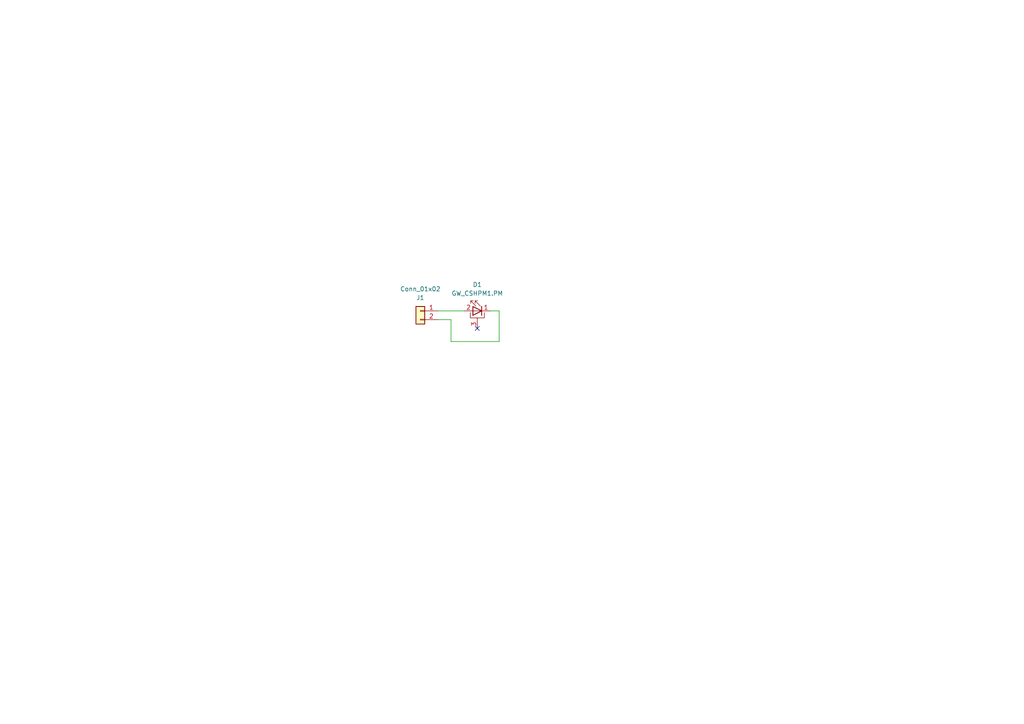
<source format=kicad_sch>
(kicad_sch (version 20250114) (generator "eeschema") (generator_version "9.0")
  (paper "A4")
  (lib_symbols
    (symbol "Connector_Generic:Conn_01x02" (pin_names (offset 1.016) (hide yes))
      (property "Reference" "J" (at 0 2.54 0))
      (property "Value" "Conn_01x02" (at 0 -5.08 0))
      (symbol "Conn_01x02_1_1"
        (rectangle (start -1.27 1.27) (end 1.27 -3.81) (stroke (width 0.254)) (fill (type background)))
        (rectangle (start -1.27 0.127) (end 0 -0.127) (stroke (width 0.1524)))
        (rectangle (start -1.27 -2.413) (end 0 -2.667) (stroke (width 0.1524)))
        (pin passive line (at -5.08 0 0) (length 3.81) (name "Pin_1") (number "1"))
        (pin passive line (at -5.08 -2.54 0) (length 3.81) (name "Pin_2") (number "2"))
      )
    )
    (symbol "Project_Components:LED_OSRAM_GW_CSHPM1.PM" (pin_names (offset 1.016) (hide yes))
      (property "Reference" "D" (at 0 5.715 0))
      (property "Value" "GW_CSHPM1.PM" (at 0 3.81 0))
      (symbol "LED_OSRAM_GW_CSHPM1.PM_0_1"
        (polyline (pts (xy -2.032 -0.508) (xy -2.032 -2.032) (xy 2.032 -2.032) (xy 2.032 -0.508)))
        (polyline (pts (xy -1.27 0) (xy 1.27 0)))
        (polyline (pts (xy -1.27 -1.27) (xy -1.27 1.27)) (stroke (width 0.254)))
        (polyline (pts (xy -0.889 1.397) (xy 0.635 2.921) (xy -0.127 2.921) (xy 0.635 2.921) (xy 0.635 2.159)))
        (polyline (pts (xy 0 -2.54) (xy 0 -2.032)))
        (polyline (pts (xy 0.381 1.397) (xy 1.905 2.921) (xy 1.143 2.921) (xy 1.905 2.921) (xy 1.905 2.159)))
        (polyline (pts (xy 1.27 -1.27) (xy 1.27 1.27) (xy -1.27 0) (xy 1.27 -1.27)) (stroke (width 0.254)))
      )
      (symbol "LED_OSRAM_GW_CSHPM1.PM_1_1"
        (pin passive line (at -3.81 0 0) (length 2.54) (name "K") (number "1"))
        (pin passive line (at 0 -5.08 90) (length 2.54) (name "PAD") (number "3"))
        (pin passive line (at 3.81 0 180) (length 2.54) (name "A") (number "2"))
      )
    )
  )
  (no_connect (at 138.43 95.25))
  (wire (pts (xy 144.78 90.17) (xy 144.78 99.06)))
  (wire (pts (xy 130.81 92.71) (xy 127 92.71)))
  (wire (pts (xy 144.78 99.06) (xy 130.81 99.06)))
  (wire (pts (xy 142.24 90.17) (xy 144.78 90.17)))
  (wire (pts (xy 127 90.17) (xy 134.62 90.17)))
  (wire (pts (xy 130.81 99.06) (xy 130.81 92.71)))
  (symbol (lib_id "Connector_Generic:Conn_01x02") (at 121.92 90.17 0) (mirror y) (unit 1)
    (property "Reference" "J1" (at 121.92 86.36 0))
    (property "Value" "Conn_01x02" (at 121.92 83.82 0))
    (property "Footprint" "Connector_PinHeader_2.54mm:PinHeader_1x02_P2.54mm_Vertical" (effects (hide yes)))
    (property "Description" "Generic connector, single row, 01x02, script generated (kicad-library-utils/schlib/autogen/connector/)" (effects (hide yes)))
  )
  (symbol (lib_id "Project_Components:LED_OSRAM_GW_CSHPM1.PM") (at 138.43 90.17 0) (mirror y) (unit 1)
    (property "Reference" "D1" (at 138.43 82.55 0))
    (property "Value" "GW_CSHPM1.PM" (at 138.43 85.09 0))
    (property "Footprint" "Project_Footprints:GWCSHPM1" (effects (hide yes)))
    (property "Datasheet" "https://look.ams-osram.com/m/7803638bc7cb35bf/original/GW-CSHPM1-PM.pdf" (effects (hide yes)))
    (property "Description" "Light emitting diode with pad" (effects (hide yes)))
  )
)
</source>
